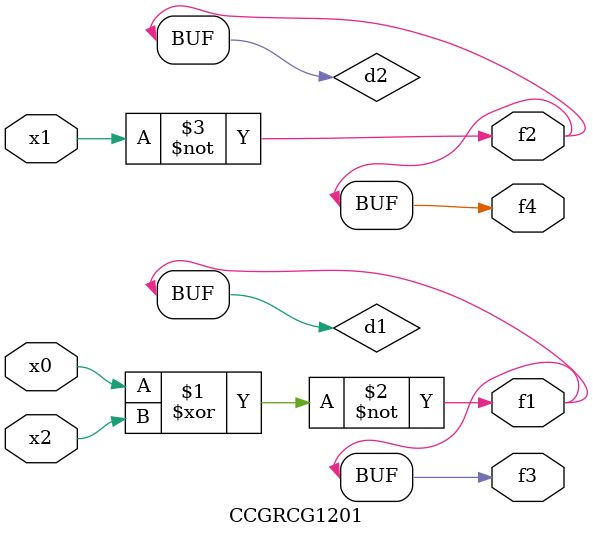
<source format=v>
module CCGRCG1201(
	input x0, x1, x2,
	output f1, f2, f3, f4
);

	wire d1, d2, d3;

	xnor (d1, x0, x2);
	nand (d2, x1);
	nor (d3, x1, x2);
	assign f1 = d1;
	assign f2 = d2;
	assign f3 = d1;
	assign f4 = d2;
endmodule

</source>
